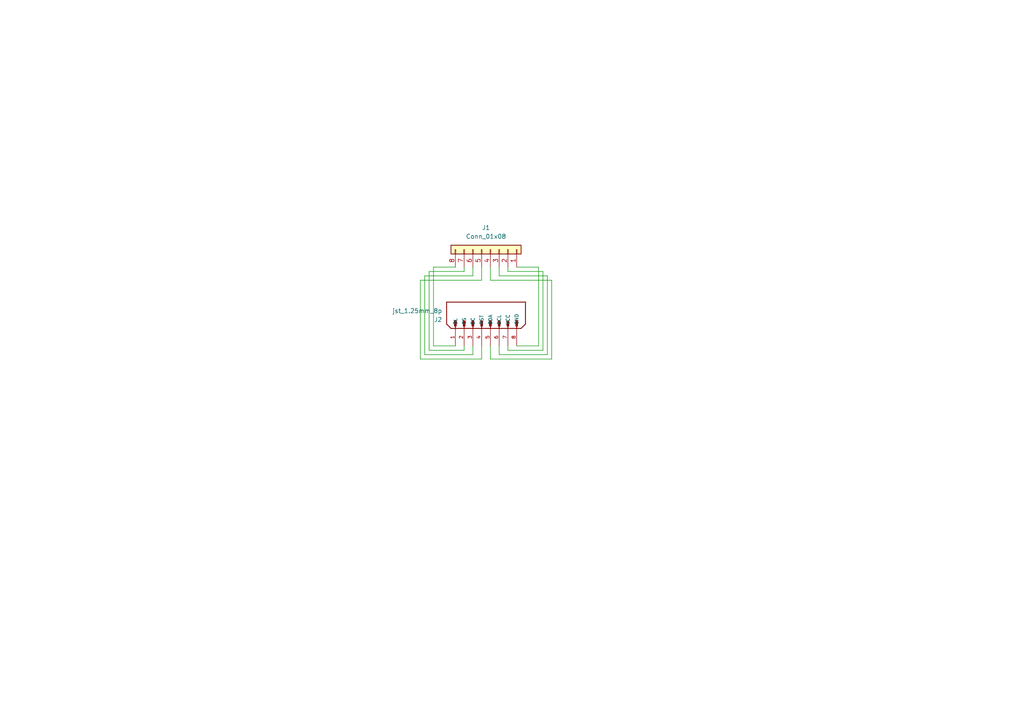
<source format=kicad_sch>
(kicad_sch
	(version 20231120)
	(generator "eeschema")
	(generator_version "8.0")
	(uuid "2b2cc02a-e839-4b75-894b-7196ec939dca")
	(paper "A4")
	(lib_symbols
		(symbol "Connector_Generic:Conn_01x08"
			(pin_names
				(offset 1.016) hide)
			(exclude_from_sim no)
			(in_bom yes)
			(on_board yes)
			(property "Reference" "J"
				(at 0 10.16 0)
				(effects
					(font
						(size 1.27 1.27)
					)
				)
			)
			(property "Value" "Conn_01x08"
				(at 0 -12.7 0)
				(effects
					(font
						(size 1.27 1.27)
					)
				)
			)
			(property "Footprint" ""
				(at 0 0 0)
				(effects
					(font
						(size 1.27 1.27)
					)
					(hide yes)
				)
			)
			(property "Datasheet" "~"
				(at 0 0 0)
				(effects
					(font
						(size 1.27 1.27)
					)
					(hide yes)
				)
			)
			(property "Description" "Generic connector, single row, 01x08, script generated (kicad-library-utils/schlib/autogen/connector/)"
				(at 0 0 0)
				(effects
					(font
						(size 1.27 1.27)
					)
					(hide yes)
				)
			)
			(property "ki_keywords" "connector"
				(at 0 0 0)
				(effects
					(font
						(size 1.27 1.27)
					)
					(hide yes)
				)
			)
			(property "ki_fp_filters" "Connector*:*_1x??_*"
				(at 0 0 0)
				(effects
					(font
						(size 1.27 1.27)
					)
					(hide yes)
				)
			)
			(symbol "Conn_01x08_1_1"
				(rectangle
					(start -1.27 -10.033)
					(end 0 -10.287)
					(stroke
						(width 0.1524)
						(type default)
					)
					(fill
						(type none)
					)
				)
				(rectangle
					(start -1.27 -7.493)
					(end 0 -7.747)
					(stroke
						(width 0.1524)
						(type default)
					)
					(fill
						(type none)
					)
				)
				(rectangle
					(start -1.27 -4.953)
					(end 0 -5.207)
					(stroke
						(width 0.1524)
						(type default)
					)
					(fill
						(type none)
					)
				)
				(rectangle
					(start -1.27 -2.413)
					(end 0 -2.667)
					(stroke
						(width 0.1524)
						(type default)
					)
					(fill
						(type none)
					)
				)
				(rectangle
					(start -1.27 0.127)
					(end 0 -0.127)
					(stroke
						(width 0.1524)
						(type default)
					)
					(fill
						(type none)
					)
				)
				(rectangle
					(start -1.27 2.667)
					(end 0 2.413)
					(stroke
						(width 0.1524)
						(type default)
					)
					(fill
						(type none)
					)
				)
				(rectangle
					(start -1.27 5.207)
					(end 0 4.953)
					(stroke
						(width 0.1524)
						(type default)
					)
					(fill
						(type none)
					)
				)
				(rectangle
					(start -1.27 7.747)
					(end 0 7.493)
					(stroke
						(width 0.1524)
						(type default)
					)
					(fill
						(type none)
					)
				)
				(rectangle
					(start -1.27 8.89)
					(end 1.27 -11.43)
					(stroke
						(width 0.254)
						(type default)
					)
					(fill
						(type background)
					)
				)
				(pin passive line
					(at -5.08 7.62 0)
					(length 3.81)
					(name "Pin_1"
						(effects
							(font
								(size 1.27 1.27)
							)
						)
					)
					(number "1"
						(effects
							(font
								(size 1.27 1.27)
							)
						)
					)
				)
				(pin passive line
					(at -5.08 5.08 0)
					(length 3.81)
					(name "Pin_2"
						(effects
							(font
								(size 1.27 1.27)
							)
						)
					)
					(number "2"
						(effects
							(font
								(size 1.27 1.27)
							)
						)
					)
				)
				(pin passive line
					(at -5.08 2.54 0)
					(length 3.81)
					(name "Pin_3"
						(effects
							(font
								(size 1.27 1.27)
							)
						)
					)
					(number "3"
						(effects
							(font
								(size 1.27 1.27)
							)
						)
					)
				)
				(pin passive line
					(at -5.08 0 0)
					(length 3.81)
					(name "Pin_4"
						(effects
							(font
								(size 1.27 1.27)
							)
						)
					)
					(number "4"
						(effects
							(font
								(size 1.27 1.27)
							)
						)
					)
				)
				(pin passive line
					(at -5.08 -2.54 0)
					(length 3.81)
					(name "Pin_5"
						(effects
							(font
								(size 1.27 1.27)
							)
						)
					)
					(number "5"
						(effects
							(font
								(size 1.27 1.27)
							)
						)
					)
				)
				(pin passive line
					(at -5.08 -5.08 0)
					(length 3.81)
					(name "Pin_6"
						(effects
							(font
								(size 1.27 1.27)
							)
						)
					)
					(number "6"
						(effects
							(font
								(size 1.27 1.27)
							)
						)
					)
				)
				(pin passive line
					(at -5.08 -7.62 0)
					(length 3.81)
					(name "Pin_7"
						(effects
							(font
								(size 1.27 1.27)
							)
						)
					)
					(number "7"
						(effects
							(font
								(size 1.27 1.27)
							)
						)
					)
				)
				(pin passive line
					(at -5.08 -10.16 0)
					(length 3.81)
					(name "Pin_8"
						(effects
							(font
								(size 1.27 1.27)
							)
						)
					)
					(number "8"
						(effects
							(font
								(size 1.27 1.27)
							)
						)
					)
				)
			)
		)
		(symbol "jst_1.25mm_8p_1"
			(pin_names
				(offset 1.016)
			)
			(exclude_from_sim no)
			(in_bom yes)
			(on_board yes)
			(property "Reference" "J2"
				(at 2.5399 11.43 90)
				(effects
					(font
						(size 1.27 1.27)
					)
					(justify left)
				)
			)
			(property "Value" "jst_1.25mm_8p"
				(at 5.0799 11.43 90)
				(effects
					(font
						(size 1.27 1.27)
					)
					(justify left)
				)
			)
			(property "Footprint" "Custom:jst_1.25mm_8p"
				(at 0 -16.002 0)
				(effects
					(font
						(size 1.27 1.27)
					)
					(justify bottom)
					(hide yes)
				)
			)
			(property "Datasheet" ""
				(at 0 0 0)
				(effects
					(font
						(size 1.27 1.27)
					)
					(hide yes)
				)
			)
			(property "Description" ""
				(at 0 0 0)
				(effects
					(font
						(size 1.27 1.27)
					)
					(hide yes)
				)
			)
			(property "PARTREV" ""
				(at 0 0 0)
				(effects
					(font
						(size 1.27 1.27)
					)
					(justify bottom)
					(hide yes)
				)
			)
			(property "STANDARD" ""
				(at 0 0 0)
				(effects
					(font
						(size 1.27 1.27)
					)
					(justify bottom)
					(hide yes)
				)
			)
			(property "MAXIMUM_PACKAGE_HEIGHT" ""
				(at 0 0 0)
				(effects
					(font
						(size 1.27 1.27)
					)
					(justify bottom)
					(hide yes)
				)
			)
			(property "MANUFACTURER" ""
				(at 0 0 0)
				(effects
					(font
						(size 1.27 1.27)
					)
					(justify bottom)
					(hide yes)
				)
			)
			(symbol "jst_1.25mm_8p_1_0_0"
				(polyline
					(pts
						(xy 0 -11.43) (xy 1.27 -12.7)
					)
					(stroke
						(width 0.254)
						(type default)
					)
					(fill
						(type none)
					)
				)
				(polyline
					(pts
						(xy 0 -10.16) (xy 1.905 -10.16)
					)
					(stroke
						(width 0.254)
						(type default)
					)
					(fill
						(type none)
					)
				)
				(polyline
					(pts
						(xy 0 -7.62) (xy 1.905 -7.62)
					)
					(stroke
						(width 0.254)
						(type default)
					)
					(fill
						(type none)
					)
				)
				(polyline
					(pts
						(xy 0 -5.08) (xy 1.905 -5.08)
					)
					(stroke
						(width 0.254)
						(type default)
					)
					(fill
						(type none)
					)
				)
				(polyline
					(pts
						(xy 0 -2.54) (xy 1.905 -2.54)
					)
					(stroke
						(width 0.254)
						(type default)
					)
					(fill
						(type none)
					)
				)
				(polyline
					(pts
						(xy 0 0) (xy 1.905 0)
					)
					(stroke
						(width 0.254)
						(type default)
					)
					(fill
						(type none)
					)
				)
				(polyline
					(pts
						(xy 0 2.54) (xy 1.905 2.54)
					)
					(stroke
						(width 0.254)
						(type default)
					)
					(fill
						(type none)
					)
				)
				(polyline
					(pts
						(xy 0 5.08) (xy 1.905 5.08)
					)
					(stroke
						(width 0.254)
						(type default)
					)
					(fill
						(type none)
					)
				)
				(polyline
					(pts
						(xy 0 7.62) (xy 1.905 7.62)
					)
					(stroke
						(width 0.254)
						(type default)
					)
					(fill
						(type none)
					)
				)
				(polyline
					(pts
						(xy 0 8.89) (xy 0 -11.43)
					)
					(stroke
						(width 0.254)
						(type default)
					)
					(fill
						(type none)
					)
				)
				(polyline
					(pts
						(xy 0 8.89) (xy 1.27 10.16)
					)
					(stroke
						(width 0.254)
						(type default)
					)
					(fill
						(type none)
					)
				)
				(polyline
					(pts
						(xy 1.27 -12.7) (xy 7.62 -12.7)
					)
					(stroke
						(width 0.254)
						(type default)
					)
					(fill
						(type none)
					)
				)
				(polyline
					(pts
						(xy 7.62 -12.7) (xy 7.62 10.16)
					)
					(stroke
						(width 0.254)
						(type default)
					)
					(fill
						(type none)
					)
				)
				(polyline
					(pts
						(xy 7.62 10.16) (xy 1.27 10.16)
					)
					(stroke
						(width 0.254)
						(type default)
					)
					(fill
						(type none)
					)
				)
				(rectangle
					(start 0.635 -10.4775)
					(end 2.2225 -9.8425)
					(stroke
						(width 0.1)
						(type default)
					)
					(fill
						(type outline)
					)
				)
				(rectangle
					(start 0.635 -7.9375)
					(end 2.2225 -7.3025)
					(stroke
						(width 0.1)
						(type default)
					)
					(fill
						(type outline)
					)
				)
				(rectangle
					(start 0.635 -5.3975)
					(end 2.2225 -4.7625)
					(stroke
						(width 0.1)
						(type default)
					)
					(fill
						(type outline)
					)
				)
				(rectangle
					(start 0.635 -2.8575)
					(end 2.2225 -2.2225)
					(stroke
						(width 0.1)
						(type default)
					)
					(fill
						(type outline)
					)
				)
				(rectangle
					(start 0.635 -0.3175)
					(end 2.2225 0.3175)
					(stroke
						(width 0.1)
						(type default)
					)
					(fill
						(type outline)
					)
				)
				(rectangle
					(start 0.635 2.2225)
					(end 2.2225 2.8575)
					(stroke
						(width 0.1)
						(type default)
					)
					(fill
						(type outline)
					)
				)
				(rectangle
					(start 0.635 4.7625)
					(end 2.2225 5.3975)
					(stroke
						(width 0.1)
						(type default)
					)
					(fill
						(type outline)
					)
				)
				(rectangle
					(start 0.635 7.3025)
					(end 2.2225 7.9375)
					(stroke
						(width 0.1)
						(type default)
					)
					(fill
						(type outline)
					)
				)
				(pin passive line
					(at -5.08 7.62 0)
					(length 5.08)
					(name "BL"
						(effects
							(font
								(size 1.016 1.016)
							)
						)
					)
					(number "1"
						(effects
							(font
								(size 1.016 1.016)
							)
						)
					)
				)
				(pin passive line
					(at -5.08 5.08 0)
					(length 5.08)
					(name "CS"
						(effects
							(font
								(size 1.016 1.016)
							)
						)
					)
					(number "2"
						(effects
							(font
								(size 1.016 1.016)
							)
						)
					)
				)
				(pin passive line
					(at -5.08 2.54 0)
					(length 5.08)
					(name "DC"
						(effects
							(font
								(size 1.016 1.016)
							)
						)
					)
					(number "3"
						(effects
							(font
								(size 1.016 1.016)
							)
						)
					)
				)
				(pin passive line
					(at -5.08 0 0)
					(length 5.08)
					(name "RST"
						(effects
							(font
								(size 1.016 1.016)
							)
						)
					)
					(number "4"
						(effects
							(font
								(size 1.016 1.016)
							)
						)
					)
				)
				(pin passive line
					(at -5.08 -2.54 0)
					(length 5.08)
					(name "SDA"
						(effects
							(font
								(size 1.016 1.016)
							)
						)
					)
					(number "5"
						(effects
							(font
								(size 1.016 1.016)
							)
						)
					)
				)
				(pin passive line
					(at -5.08 -5.08 0)
					(length 5.08)
					(name "SCL"
						(effects
							(font
								(size 1.016 1.016)
							)
						)
					)
					(number "6"
						(effects
							(font
								(size 1.016 1.016)
							)
						)
					)
				)
				(pin passive line
					(at -5.08 -7.62 0)
					(length 5.08)
					(name "VCC"
						(effects
							(font
								(size 1.016 1.016)
							)
						)
					)
					(number "7"
						(effects
							(font
								(size 1.016 1.016)
							)
						)
					)
				)
				(pin passive line
					(at -5.08 -10.16 0)
					(length 5.08)
					(name "GND"
						(effects
							(font
								(size 1.016 1.016)
							)
						)
					)
					(number "8"
						(effects
							(font
								(size 1.016 1.016)
							)
						)
					)
				)
			)
		)
	)
	(wire
		(pts
			(xy 144.78 80.01) (xy 158.75 80.01)
		)
		(stroke
			(width 0)
			(type default)
		)
		(uuid "051f5932-9360-4053-95fc-d94ef9922ab8")
	)
	(wire
		(pts
			(xy 125.73 100.33) (xy 125.73 77.47)
		)
		(stroke
			(width 0)
			(type default)
		)
		(uuid "069d0413-81b8-48fc-aa13-4ad0845b1670")
	)
	(wire
		(pts
			(xy 147.32 100.33) (xy 147.32 101.6)
		)
		(stroke
			(width 0)
			(type default)
		)
		(uuid "0b1ed4df-dc28-47eb-99dc-21539c193462")
	)
	(wire
		(pts
			(xy 137.16 77.47) (xy 137.16 80.01)
		)
		(stroke
			(width 0)
			(type default)
		)
		(uuid "15c200b1-7eed-43e0-9f27-e8674d0da518")
	)
	(wire
		(pts
			(xy 132.08 100.33) (xy 125.73 100.33)
		)
		(stroke
			(width 0)
			(type default)
		)
		(uuid "1657da92-6263-4472-8196-e7396e70d97b")
	)
	(wire
		(pts
			(xy 158.75 80.01) (xy 158.75 102.87)
		)
		(stroke
			(width 0)
			(type default)
		)
		(uuid "1d642e5d-12a9-4443-8160-80818b02a9f2")
	)
	(wire
		(pts
			(xy 156.21 77.47) (xy 149.86 77.47)
		)
		(stroke
			(width 0)
			(type default)
		)
		(uuid "20f2009b-b294-4698-8e20-c951c6e347b2")
	)
	(wire
		(pts
			(xy 124.46 78.74) (xy 134.62 78.74)
		)
		(stroke
			(width 0)
			(type default)
		)
		(uuid "221ac3ae-9e4b-47af-8e75-503c7d7a248c")
	)
	(wire
		(pts
			(xy 142.24 104.14) (xy 160.02 104.14)
		)
		(stroke
			(width 0)
			(type default)
		)
		(uuid "2aa24fc6-305b-4824-b97c-b47ff1be21ec")
	)
	(wire
		(pts
			(xy 139.7 81.28) (xy 139.7 77.47)
		)
		(stroke
			(width 0)
			(type default)
		)
		(uuid "2e1cb77f-a380-46e2-a468-7eb531c2fd77")
	)
	(wire
		(pts
			(xy 134.62 78.74) (xy 134.62 77.47)
		)
		(stroke
			(width 0)
			(type default)
		)
		(uuid "388612f4-2f0d-4173-90fe-15814655337e")
	)
	(wire
		(pts
			(xy 142.24 81.28) (xy 142.24 77.47)
		)
		(stroke
			(width 0)
			(type default)
		)
		(uuid "3be5234f-e007-4ee0-a060-21ad80e069b7")
	)
	(wire
		(pts
			(xy 137.16 80.01) (xy 123.19 80.01)
		)
		(stroke
			(width 0)
			(type default)
		)
		(uuid "50d8a9d4-144d-47f8-bc1f-86ba1748406c")
	)
	(wire
		(pts
			(xy 144.78 102.87) (xy 144.78 100.33)
		)
		(stroke
			(width 0)
			(type default)
		)
		(uuid "50e364fd-0510-484a-918c-c1f8850ae005")
	)
	(wire
		(pts
			(xy 160.02 81.28) (xy 142.24 81.28)
		)
		(stroke
			(width 0)
			(type default)
		)
		(uuid "52dde0b5-05ae-4ca2-b204-1cb63184b206")
	)
	(wire
		(pts
			(xy 139.7 100.33) (xy 139.7 104.14)
		)
		(stroke
			(width 0)
			(type default)
		)
		(uuid "5348c6e2-3e09-40f3-8381-befaf87ae4d7")
	)
	(wire
		(pts
			(xy 157.48 101.6) (xy 147.32 101.6)
		)
		(stroke
			(width 0)
			(type default)
		)
		(uuid "6047bbbc-d269-499e-a18a-e1b3f7721626")
	)
	(wire
		(pts
			(xy 121.92 104.14) (xy 121.92 81.28)
		)
		(stroke
			(width 0)
			(type default)
		)
		(uuid "65369271-cfd1-4962-aa4e-c614d74cb938")
	)
	(wire
		(pts
			(xy 139.7 104.14) (xy 121.92 104.14)
		)
		(stroke
			(width 0)
			(type default)
		)
		(uuid "687001b5-05c1-43a6-9fac-54e34ec5db75")
	)
	(wire
		(pts
			(xy 125.73 77.47) (xy 132.08 77.47)
		)
		(stroke
			(width 0)
			(type default)
		)
		(uuid "6da690d9-59bc-40ff-9c0f-087915d0efc3")
	)
	(wire
		(pts
			(xy 144.78 77.47) (xy 144.78 80.01)
		)
		(stroke
			(width 0)
			(type default)
		)
		(uuid "6ea7dcb7-421c-43da-9e36-37885c97594e")
	)
	(wire
		(pts
			(xy 123.19 80.01) (xy 123.19 102.87)
		)
		(stroke
			(width 0)
			(type default)
		)
		(uuid "757a10c1-d60d-41e3-9813-5f5d2f7e83d1")
	)
	(wire
		(pts
			(xy 121.92 81.28) (xy 139.7 81.28)
		)
		(stroke
			(width 0)
			(type default)
		)
		(uuid "75e1cf5c-d641-4cd0-9de6-03341d062e0e")
	)
	(wire
		(pts
			(xy 157.48 78.74) (xy 157.48 101.6)
		)
		(stroke
			(width 0)
			(type default)
		)
		(uuid "868ae655-a1bf-4b82-b430-656daf1f3b8c")
	)
	(wire
		(pts
			(xy 134.62 100.33) (xy 134.62 101.6)
		)
		(stroke
			(width 0)
			(type default)
		)
		(uuid "896e724f-033a-4b31-9608-0f22b7a352ac")
	)
	(wire
		(pts
			(xy 142.24 100.33) (xy 142.24 104.14)
		)
		(stroke
			(width 0)
			(type default)
		)
		(uuid "8a8aa6a9-7a43-4e3a-b5d1-f0742820063c")
	)
	(wire
		(pts
			(xy 137.16 102.87) (xy 137.16 100.33)
		)
		(stroke
			(width 0)
			(type default)
		)
		(uuid "a25699f8-ba63-490a-abf4-0f9f75ba1b95")
	)
	(wire
		(pts
			(xy 160.02 104.14) (xy 160.02 81.28)
		)
		(stroke
			(width 0)
			(type default)
		)
		(uuid "a321db96-6908-4e6f-9c3c-aa5da045badb")
	)
	(wire
		(pts
			(xy 149.86 100.33) (xy 156.21 100.33)
		)
		(stroke
			(width 0)
			(type default)
		)
		(uuid "b6d594fb-5f91-40cc-be87-17321a02bed5")
	)
	(wire
		(pts
			(xy 156.21 100.33) (xy 156.21 77.47)
		)
		(stroke
			(width 0)
			(type default)
		)
		(uuid "b9ea52e8-bd78-4da0-85d7-876382a03c96")
	)
	(wire
		(pts
			(xy 123.19 102.87) (xy 137.16 102.87)
		)
		(stroke
			(width 0)
			(type default)
		)
		(uuid "bceecd5a-1f7c-4562-9f6c-a328adc5925e")
	)
	(wire
		(pts
			(xy 124.46 101.6) (xy 124.46 78.74)
		)
		(stroke
			(width 0)
			(type default)
		)
		(uuid "cbafaf4d-23ee-4a45-b27a-f879279181db")
	)
	(wire
		(pts
			(xy 147.32 77.47) (xy 147.32 78.74)
		)
		(stroke
			(width 0)
			(type default)
		)
		(uuid "d4d7d7cc-0313-41b3-973a-b9c60fc15be9")
	)
	(wire
		(pts
			(xy 134.62 101.6) (xy 124.46 101.6)
		)
		(stroke
			(width 0)
			(type default)
		)
		(uuid "d57f4101-698b-4328-99f0-ab67866ff5e5")
	)
	(wire
		(pts
			(xy 147.32 78.74) (xy 157.48 78.74)
		)
		(stroke
			(width 0)
			(type default)
		)
		(uuid "da9730cb-0fc6-40d0-872a-5d59ebd1c031")
	)
	(wire
		(pts
			(xy 158.75 102.87) (xy 144.78 102.87)
		)
		(stroke
			(width 0)
			(type default)
		)
		(uuid "eeb5a5e6-51a1-4b55-bc2d-651eda977baa")
	)
	(symbol
		(lib_id "Connector_Generic:Conn_01x08")
		(at 142.24 72.39 270)
		(mirror x)
		(unit 1)
		(exclude_from_sim no)
		(in_bom yes)
		(on_board yes)
		(dnp no)
		(uuid "c927668c-998f-45ca-85f6-dacc888390fd")
		(property "Reference" "J1"
			(at 140.97 66.04 90)
			(effects
				(font
					(size 1.27 1.27)
				)
			)
		)
		(property "Value" "Conn_01x08"
			(at 140.97 68.58 90)
			(effects
				(font
					(size 1.27 1.27)
				)
			)
		)
		(property "Footprint" "Connector_PinHeader_2.54mm:PinHeader_1x08_P2.54mm_Vertical"
			(at 142.24 72.39 0)
			(effects
				(font
					(size 1.27 1.27)
				)
				(hide yes)
			)
		)
		(property "Datasheet" "~"
			(at 142.24 72.39 0)
			(effects
				(font
					(size 1.27 1.27)
				)
				(hide yes)
			)
		)
		(property "Description" "Generic connector, single row, 01x08, script generated (kicad-library-utils/schlib/autogen/connector/)"
			(at 142.24 72.39 0)
			(effects
				(font
					(size 1.27 1.27)
				)
				(hide yes)
			)
		)
		(pin "8"
			(uuid "19cae069-02fd-40f1-8a73-881276317aa5")
		)
		(pin "1"
			(uuid "53297160-7525-4e63-a439-64e10d3ccb04")
		)
		(pin "3"
			(uuid "ff12048d-4013-44b1-98f3-a912ff808a3f")
		)
		(pin "5"
			(uuid "cd6e4e68-2459-4703-9a3c-869b8e6c4bba")
		)
		(pin "2"
			(uuid "16ded843-af19-46b8-9bfc-70fa4e065ddc")
		)
		(pin "4"
			(uuid "78adf59e-1dd5-4c77-875e-15c67924719a")
		)
		(pin "6"
			(uuid "6c1ee8f0-ba2e-49f4-9408-ebb759f7455b")
		)
		(pin "7"
			(uuid "9ba6550c-ddd4-4627-8427-a4877257efe2")
		)
		(instances
			(project ""
				(path "/2b2cc02a-e839-4b75-894b-7196ec939dca"
					(reference "J1")
					(unit 1)
				)
			)
		)
	)
	(symbol
		(lib_name "jst_1.25mm_8p_1")
		(lib_id "Custom:jst_1.25mm_8p")
		(at 139.7 95.25 90)
		(unit 1)
		(exclude_from_sim no)
		(in_bom yes)
		(on_board yes)
		(dnp no)
		(uuid "e49defed-b016-40b3-88d7-4ce97deb7c30")
		(property "Reference" "J2"
			(at 128.27 92.7101 90)
			(effects
				(font
					(size 1.27 1.27)
				)
				(justify left)
			)
		)
		(property "Value" "jst_1.25mm_8p"
			(at 128.27 90.1701 90)
			(effects
				(font
					(size 1.27 1.27)
				)
				(justify left)
			)
		)
		(property "Footprint" "Custom:jst_1.25mm_8p"
			(at 155.702 95.25 0)
			(effects
				(font
					(size 1.27 1.27)
				)
				(justify bottom)
				(hide yes)
			)
		)
		(property "Datasheet" ""
			(at 139.7 95.25 0)
			(effects
				(font
					(size 1.27 1.27)
				)
				(hide yes)
			)
		)
		(property "Description" ""
			(at 139.7 95.25 0)
			(effects
				(font
					(size 1.27 1.27)
				)
				(hide yes)
			)
		)
		(property "PARTREV" ""
			(at 139.7 95.25 0)
			(effects
				(font
					(size 1.27 1.27)
				)
				(justify bottom)
				(hide yes)
			)
		)
		(property "STANDARD" ""
			(at 139.7 95.25 0)
			(effects
				(font
					(size 1.27 1.27)
				)
				(justify bottom)
				(hide yes)
			)
		)
		(property "MAXIMUM_PACKAGE_HEIGHT" ""
			(at 139.7 95.25 0)
			(effects
				(font
					(size 1.27 1.27)
				)
				(justify bottom)
				(hide yes)
			)
		)
		(property "MANUFACTURER" ""
			(at 139.7 95.25 0)
			(effects
				(font
					(size 1.27 1.27)
				)
				(justify bottom)
				(hide yes)
			)
		)
		(pin "2"
			(uuid "8b182773-ee25-43e3-b595-8dc07d677b51")
		)
		(pin "3"
			(uuid "4f03b027-e695-4cf7-a03d-046e1d3da651")
		)
		(pin "6"
			(uuid "96f36bf2-6da0-41af-90cf-5a160e52dab8")
		)
		(pin "1"
			(uuid "2064ccc3-b914-45dd-9ceb-475c92a81d11")
		)
		(pin "8"
			(uuid "85a9922b-1a7f-4818-87b6-2b421733f459")
		)
		(pin "5"
			(uuid "e5b6240e-9380-491a-abe2-bec8f0f936db")
		)
		(pin "7"
			(uuid "88c10de6-e533-420f-82cb-10c738c04ce2")
		)
		(pin "4"
			(uuid "80899379-11b3-42fb-8709-043e24565532")
		)
		(instances
			(project "Display"
				(path "/2b2cc02a-e839-4b75-894b-7196ec939dca"
					(reference "J2")
					(unit 1)
				)
			)
		)
	)
	(sheet_instances
		(path "/"
			(page "1")
		)
	)
)

</source>
